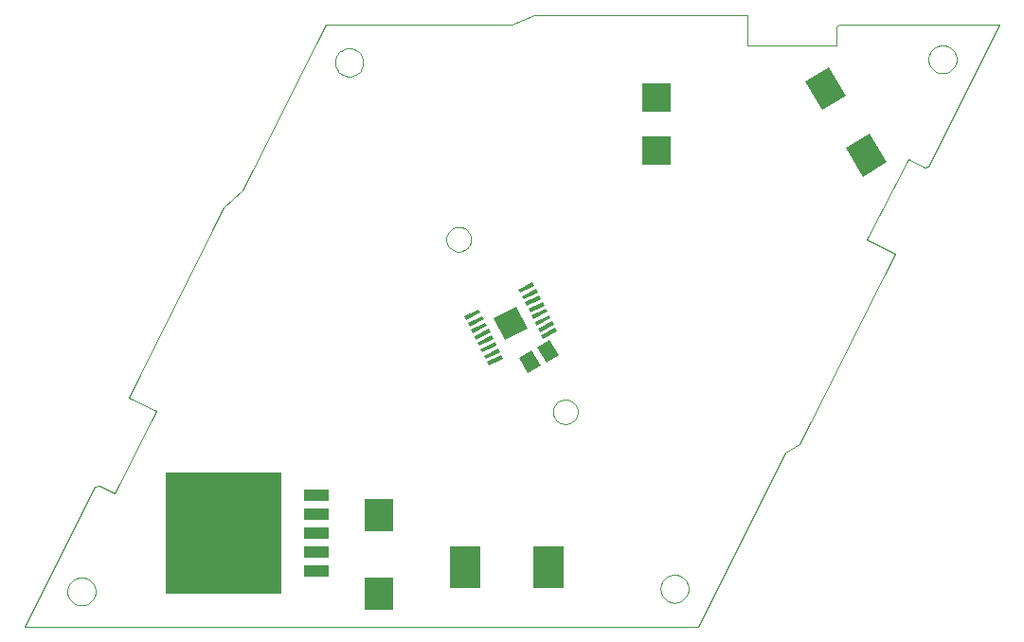
<source format=gtp>
G75*
%MOIN*%
%OFA0B0*%
%FSLAX24Y24*%
%IPPOS*%
%LPD*%
%AMOC8*
5,1,8,0,0,1.08239X$1,22.5*
%
%ADD10C,0.0000*%
%ADD11R,0.0875X0.0875*%
%ADD12R,0.0563X0.0138*%
%ADD13R,0.0512X0.0630*%
%ADD14R,0.1181X0.0984*%
%ADD15R,0.0984X0.1181*%
%ADD16R,0.4098X0.4252*%
%ADD17R,0.0850X0.0420*%
%ADD18R,0.1102X0.1496*%
%ADD19R,0.1000X0.1000*%
D10*
X001464Y000942D02*
X003925Y005873D01*
X004112Y005912D01*
X004642Y005647D01*
X006093Y008539D01*
X005142Y009018D01*
X008482Y015706D01*
X009141Y016296D01*
X012065Y022152D01*
X018610Y022152D01*
X019397Y022467D01*
X026907Y022467D01*
X026907Y021414D01*
X030047Y021414D01*
X030047Y022074D01*
X030145Y022152D01*
X035785Y022152D01*
X033275Y017133D01*
X033147Y017113D01*
X032557Y017408D01*
X031120Y014554D01*
X032097Y014066D01*
X028748Y007379D01*
X028236Y007064D01*
X025175Y000942D01*
X001464Y000942D01*
X002981Y002181D02*
X002983Y002225D01*
X002989Y002269D01*
X002999Y002312D01*
X003012Y002354D01*
X003030Y002394D01*
X003051Y002433D01*
X003075Y002470D01*
X003102Y002505D01*
X003133Y002537D01*
X003166Y002566D01*
X003202Y002592D01*
X003240Y002614D01*
X003280Y002633D01*
X003321Y002649D01*
X003364Y002661D01*
X003407Y002669D01*
X003451Y002673D01*
X003495Y002673D01*
X003539Y002669D01*
X003582Y002661D01*
X003625Y002649D01*
X003666Y002633D01*
X003706Y002614D01*
X003744Y002592D01*
X003780Y002566D01*
X003813Y002537D01*
X003844Y002505D01*
X003871Y002470D01*
X003895Y002433D01*
X003916Y002394D01*
X003934Y002354D01*
X003947Y002312D01*
X003957Y002269D01*
X003963Y002225D01*
X003965Y002181D01*
X003963Y002137D01*
X003957Y002093D01*
X003947Y002050D01*
X003934Y002008D01*
X003916Y001968D01*
X003895Y001929D01*
X003871Y001892D01*
X003844Y001857D01*
X003813Y001825D01*
X003780Y001796D01*
X003744Y001770D01*
X003706Y001748D01*
X003666Y001729D01*
X003625Y001713D01*
X003582Y001701D01*
X003539Y001693D01*
X003495Y001689D01*
X003451Y001689D01*
X003407Y001693D01*
X003364Y001701D01*
X003321Y001713D01*
X003280Y001729D01*
X003240Y001748D01*
X003202Y001770D01*
X003166Y001796D01*
X003133Y001825D01*
X003102Y001857D01*
X003075Y001892D01*
X003051Y001929D01*
X003030Y001968D01*
X003012Y002008D01*
X002999Y002050D01*
X002989Y002093D01*
X002983Y002137D01*
X002981Y002181D01*
X016313Y014581D02*
X016315Y014622D01*
X016321Y014663D01*
X016331Y014703D01*
X016344Y014742D01*
X016361Y014779D01*
X016382Y014815D01*
X016406Y014849D01*
X016433Y014880D01*
X016462Y014908D01*
X016495Y014934D01*
X016529Y014956D01*
X016566Y014975D01*
X016604Y014990D01*
X016644Y015002D01*
X016684Y015010D01*
X016725Y015014D01*
X016767Y015014D01*
X016808Y015010D01*
X016848Y015002D01*
X016888Y014990D01*
X016926Y014975D01*
X016962Y014956D01*
X016997Y014934D01*
X017030Y014908D01*
X017059Y014880D01*
X017086Y014849D01*
X017110Y014815D01*
X017131Y014779D01*
X017148Y014742D01*
X017161Y014703D01*
X017171Y014663D01*
X017177Y014622D01*
X017179Y014581D01*
X017177Y014540D01*
X017171Y014499D01*
X017161Y014459D01*
X017148Y014420D01*
X017131Y014383D01*
X017110Y014347D01*
X017086Y014313D01*
X017059Y014282D01*
X017030Y014254D01*
X016997Y014228D01*
X016963Y014206D01*
X016926Y014187D01*
X016888Y014172D01*
X016848Y014160D01*
X016808Y014152D01*
X016767Y014148D01*
X016725Y014148D01*
X016684Y014152D01*
X016644Y014160D01*
X016604Y014172D01*
X016566Y014187D01*
X016530Y014206D01*
X016495Y014228D01*
X016462Y014254D01*
X016433Y014282D01*
X016406Y014313D01*
X016382Y014347D01*
X016361Y014383D01*
X016344Y014420D01*
X016331Y014459D01*
X016321Y014499D01*
X016315Y014540D01*
X016313Y014581D01*
X020065Y008510D02*
X020067Y008551D01*
X020073Y008592D01*
X020083Y008632D01*
X020096Y008671D01*
X020113Y008708D01*
X020134Y008744D01*
X020158Y008778D01*
X020185Y008809D01*
X020214Y008837D01*
X020247Y008863D01*
X020281Y008885D01*
X020318Y008904D01*
X020356Y008919D01*
X020396Y008931D01*
X020436Y008939D01*
X020477Y008943D01*
X020519Y008943D01*
X020560Y008939D01*
X020600Y008931D01*
X020640Y008919D01*
X020678Y008904D01*
X020714Y008885D01*
X020749Y008863D01*
X020782Y008837D01*
X020811Y008809D01*
X020838Y008778D01*
X020862Y008744D01*
X020883Y008708D01*
X020900Y008671D01*
X020913Y008632D01*
X020923Y008592D01*
X020929Y008551D01*
X020931Y008510D01*
X020929Y008469D01*
X020923Y008428D01*
X020913Y008388D01*
X020900Y008349D01*
X020883Y008312D01*
X020862Y008276D01*
X020838Y008242D01*
X020811Y008211D01*
X020782Y008183D01*
X020749Y008157D01*
X020715Y008135D01*
X020678Y008116D01*
X020640Y008101D01*
X020600Y008089D01*
X020560Y008081D01*
X020519Y008077D01*
X020477Y008077D01*
X020436Y008081D01*
X020396Y008089D01*
X020356Y008101D01*
X020318Y008116D01*
X020282Y008135D01*
X020247Y008157D01*
X020214Y008183D01*
X020185Y008211D01*
X020158Y008242D01*
X020134Y008276D01*
X020113Y008312D01*
X020096Y008349D01*
X020083Y008388D01*
X020073Y008428D01*
X020067Y008469D01*
X020065Y008510D01*
X023850Y002278D02*
X023852Y002322D01*
X023858Y002366D01*
X023868Y002409D01*
X023881Y002451D01*
X023899Y002491D01*
X023920Y002530D01*
X023944Y002567D01*
X023971Y002602D01*
X024002Y002634D01*
X024035Y002663D01*
X024071Y002689D01*
X024109Y002711D01*
X024149Y002730D01*
X024190Y002746D01*
X024233Y002758D01*
X024276Y002766D01*
X024320Y002770D01*
X024364Y002770D01*
X024408Y002766D01*
X024451Y002758D01*
X024494Y002746D01*
X024535Y002730D01*
X024575Y002711D01*
X024613Y002689D01*
X024649Y002663D01*
X024682Y002634D01*
X024713Y002602D01*
X024740Y002567D01*
X024764Y002530D01*
X024785Y002491D01*
X024803Y002451D01*
X024816Y002409D01*
X024826Y002366D01*
X024832Y002322D01*
X024834Y002278D01*
X024832Y002234D01*
X024826Y002190D01*
X024816Y002147D01*
X024803Y002105D01*
X024785Y002065D01*
X024764Y002026D01*
X024740Y001989D01*
X024713Y001954D01*
X024682Y001922D01*
X024649Y001893D01*
X024613Y001867D01*
X024575Y001845D01*
X024535Y001826D01*
X024494Y001810D01*
X024451Y001798D01*
X024408Y001790D01*
X024364Y001786D01*
X024320Y001786D01*
X024276Y001790D01*
X024233Y001798D01*
X024190Y001810D01*
X024149Y001826D01*
X024109Y001845D01*
X024071Y001867D01*
X024035Y001893D01*
X024002Y001922D01*
X023971Y001954D01*
X023944Y001989D01*
X023920Y002026D01*
X023899Y002065D01*
X023881Y002105D01*
X023868Y002147D01*
X023858Y002190D01*
X023852Y002234D01*
X023850Y002278D01*
X012400Y020808D02*
X012402Y020852D01*
X012408Y020896D01*
X012418Y020939D01*
X012431Y020981D01*
X012449Y021021D01*
X012470Y021060D01*
X012494Y021097D01*
X012521Y021132D01*
X012552Y021164D01*
X012585Y021193D01*
X012621Y021219D01*
X012659Y021241D01*
X012699Y021260D01*
X012740Y021276D01*
X012783Y021288D01*
X012826Y021296D01*
X012870Y021300D01*
X012914Y021300D01*
X012958Y021296D01*
X013001Y021288D01*
X013044Y021276D01*
X013085Y021260D01*
X013125Y021241D01*
X013163Y021219D01*
X013199Y021193D01*
X013232Y021164D01*
X013263Y021132D01*
X013290Y021097D01*
X013314Y021060D01*
X013335Y021021D01*
X013353Y020981D01*
X013366Y020939D01*
X013376Y020896D01*
X013382Y020852D01*
X013384Y020808D01*
X013382Y020764D01*
X013376Y020720D01*
X013366Y020677D01*
X013353Y020635D01*
X013335Y020595D01*
X013314Y020556D01*
X013290Y020519D01*
X013263Y020484D01*
X013232Y020452D01*
X013199Y020423D01*
X013163Y020397D01*
X013125Y020375D01*
X013085Y020356D01*
X013044Y020340D01*
X013001Y020328D01*
X012958Y020320D01*
X012914Y020316D01*
X012870Y020316D01*
X012826Y020320D01*
X012783Y020328D01*
X012740Y020340D01*
X012699Y020356D01*
X012659Y020375D01*
X012621Y020397D01*
X012585Y020423D01*
X012552Y020452D01*
X012521Y020484D01*
X012494Y020519D01*
X012470Y020556D01*
X012449Y020595D01*
X012431Y020635D01*
X012418Y020677D01*
X012408Y020720D01*
X012402Y020764D01*
X012400Y020808D01*
X033280Y020913D02*
X033282Y020957D01*
X033288Y021001D01*
X033298Y021044D01*
X033311Y021086D01*
X033329Y021126D01*
X033350Y021165D01*
X033374Y021202D01*
X033401Y021237D01*
X033432Y021269D01*
X033465Y021298D01*
X033501Y021324D01*
X033539Y021346D01*
X033579Y021365D01*
X033620Y021381D01*
X033663Y021393D01*
X033706Y021401D01*
X033750Y021405D01*
X033794Y021405D01*
X033838Y021401D01*
X033881Y021393D01*
X033924Y021381D01*
X033965Y021365D01*
X034005Y021346D01*
X034043Y021324D01*
X034079Y021298D01*
X034112Y021269D01*
X034143Y021237D01*
X034170Y021202D01*
X034194Y021165D01*
X034215Y021126D01*
X034233Y021086D01*
X034246Y021044D01*
X034256Y021001D01*
X034262Y020957D01*
X034264Y020913D01*
X034262Y020869D01*
X034256Y020825D01*
X034246Y020782D01*
X034233Y020740D01*
X034215Y020700D01*
X034194Y020661D01*
X034170Y020624D01*
X034143Y020589D01*
X034112Y020557D01*
X034079Y020528D01*
X034043Y020502D01*
X034005Y020480D01*
X033965Y020461D01*
X033924Y020445D01*
X033881Y020433D01*
X033838Y020425D01*
X033794Y020421D01*
X033750Y020421D01*
X033706Y020425D01*
X033663Y020433D01*
X033620Y020445D01*
X033579Y020461D01*
X033539Y020480D01*
X033501Y020502D01*
X033465Y020528D01*
X033432Y020557D01*
X033401Y020589D01*
X033374Y020624D01*
X033350Y020661D01*
X033329Y020700D01*
X033311Y020740D01*
X033298Y020782D01*
X033288Y020825D01*
X033282Y020869D01*
X033280Y020913D01*
D11*
G36*
X019157Y011430D02*
X018376Y011039D01*
X017985Y011820D01*
X018766Y012211D01*
X019157Y011430D01*
G37*
D12*
G36*
X019423Y011667D02*
X019925Y011918D01*
X019987Y011795D01*
X019485Y011544D01*
X019423Y011667D01*
G37*
G36*
X019308Y011896D02*
X019810Y012147D01*
X019872Y012024D01*
X019370Y011773D01*
X019308Y011896D01*
G37*
G36*
X019194Y012125D02*
X019696Y012376D01*
X019758Y012253D01*
X019256Y012002D01*
X019194Y012125D01*
G37*
G36*
X019079Y012354D02*
X019581Y012605D01*
X019643Y012482D01*
X019141Y012231D01*
X019079Y012354D01*
G37*
G36*
X018965Y012582D02*
X019467Y012833D01*
X019529Y012710D01*
X019027Y012459D01*
X018965Y012582D01*
G37*
G36*
X018850Y012811D02*
X019352Y013062D01*
X019414Y012939D01*
X018912Y012688D01*
X018850Y012811D01*
G37*
G36*
X016949Y011859D02*
X017451Y012110D01*
X017513Y011987D01*
X017011Y011736D01*
X016949Y011859D01*
G37*
G36*
X017064Y011630D02*
X017566Y011881D01*
X017628Y011758D01*
X017126Y011507D01*
X017064Y011630D01*
G37*
G36*
X017178Y011402D02*
X017680Y011653D01*
X017742Y011530D01*
X017240Y011279D01*
X017178Y011402D01*
G37*
G36*
X017293Y011173D02*
X017795Y011424D01*
X017857Y011301D01*
X017355Y011050D01*
X017293Y011173D01*
G37*
G36*
X017407Y010944D02*
X017909Y011195D01*
X017971Y011072D01*
X017469Y010821D01*
X017407Y010944D01*
G37*
G36*
X017522Y010715D02*
X018024Y010966D01*
X018086Y010843D01*
X017584Y010592D01*
X017522Y010715D01*
G37*
G36*
X017637Y010486D02*
X018139Y010737D01*
X018201Y010614D01*
X017699Y010363D01*
X017637Y010486D01*
G37*
G36*
X017751Y010257D02*
X018253Y010508D01*
X018315Y010385D01*
X017813Y010134D01*
X017751Y010257D01*
G37*
G36*
X019652Y011209D02*
X020154Y011460D01*
X020216Y011337D01*
X019714Y011086D01*
X019652Y011209D01*
G37*
G36*
X019537Y011438D02*
X020039Y011689D01*
X020101Y011566D01*
X019599Y011315D01*
X019537Y011438D01*
G37*
D13*
G36*
X020261Y010516D02*
X019826Y010248D01*
X019497Y010784D01*
X019932Y011052D01*
X020261Y010516D01*
G37*
G36*
X019623Y010125D02*
X019188Y009857D01*
X018859Y010393D01*
X019294Y010661D01*
X019623Y010125D01*
G37*
D14*
G36*
X030982Y016783D02*
X030366Y017788D01*
X031204Y018303D01*
X031820Y017298D01*
X030982Y016783D01*
G37*
G36*
X029542Y019133D02*
X028926Y020138D01*
X029764Y020653D01*
X030380Y019648D01*
X029542Y019133D01*
G37*
D15*
X013944Y004859D03*
X013944Y002103D03*
D16*
X008474Y004245D03*
D17*
X011754Y004245D03*
X011754Y004915D03*
X011754Y005585D03*
X011754Y003575D03*
X011754Y002905D03*
D18*
X016989Y003032D03*
X019902Y003032D03*
D19*
X023722Y017713D03*
X023722Y019563D03*
M02*

</source>
